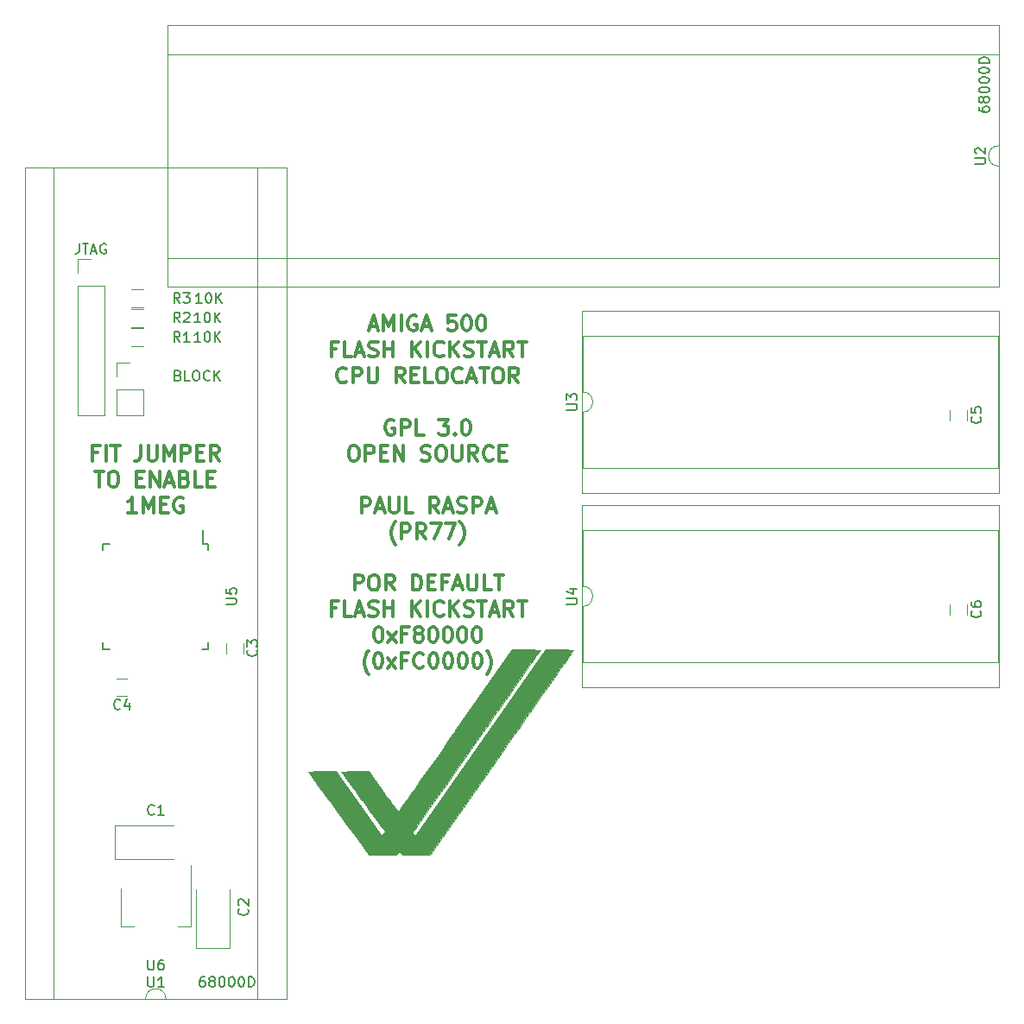
<source format=gto>
G04 #@! TF.GenerationSoftware,KiCad,Pcbnew,(5.1.4-0-10_14)*
G04 #@! TF.CreationDate,2023-01-20T22:12:42+01:00*
G04 #@! TF.ProjectId,68000 Relocator FLASH Kickstart_Manual Route_DIP_Power Plan Split,36383030-3020-4526-956c-6f6361746f72,v1.0*
G04 #@! TF.SameCoordinates,Original*
G04 #@! TF.FileFunction,Legend,Top*
G04 #@! TF.FilePolarity,Positive*
%FSLAX46Y46*%
G04 Gerber Fmt 4.6, Leading zero omitted, Abs format (unit mm)*
G04 Created by KiCad (PCBNEW (5.1.4-0-10_14)) date 2023-01-20 22:12:42*
%MOMM*%
%LPD*%
G04 APERTURE LIST*
%ADD10C,0.300000*%
%ADD11C,0.120000*%
%ADD12C,0.150000*%
%ADD13C,0.010000*%
G04 APERTURE END LIST*
D10*
X135823428Y-113947571D02*
X135823428Y-112447571D01*
X136394857Y-112447571D01*
X136537714Y-112519000D01*
X136609142Y-112590428D01*
X136680571Y-112733285D01*
X136680571Y-112947571D01*
X136609142Y-113090428D01*
X136537714Y-113161857D01*
X136394857Y-113233285D01*
X135823428Y-113233285D01*
X137609142Y-112447571D02*
X137894857Y-112447571D01*
X138037714Y-112519000D01*
X138180571Y-112661857D01*
X138252000Y-112947571D01*
X138252000Y-113447571D01*
X138180571Y-113733285D01*
X138037714Y-113876142D01*
X137894857Y-113947571D01*
X137609142Y-113947571D01*
X137466285Y-113876142D01*
X137323428Y-113733285D01*
X137252000Y-113447571D01*
X137252000Y-112947571D01*
X137323428Y-112661857D01*
X137466285Y-112519000D01*
X137609142Y-112447571D01*
X139752000Y-113947571D02*
X139252000Y-113233285D01*
X138894857Y-113947571D02*
X138894857Y-112447571D01*
X139466285Y-112447571D01*
X139609142Y-112519000D01*
X139680571Y-112590428D01*
X139752000Y-112733285D01*
X139752000Y-112947571D01*
X139680571Y-113090428D01*
X139609142Y-113161857D01*
X139466285Y-113233285D01*
X138894857Y-113233285D01*
X141537714Y-113947571D02*
X141537714Y-112447571D01*
X141894857Y-112447571D01*
X142109142Y-112519000D01*
X142252000Y-112661857D01*
X142323428Y-112804714D01*
X142394857Y-113090428D01*
X142394857Y-113304714D01*
X142323428Y-113590428D01*
X142252000Y-113733285D01*
X142109142Y-113876142D01*
X141894857Y-113947571D01*
X141537714Y-113947571D01*
X143037714Y-113161857D02*
X143537714Y-113161857D01*
X143752000Y-113947571D02*
X143037714Y-113947571D01*
X143037714Y-112447571D01*
X143752000Y-112447571D01*
X144894857Y-113161857D02*
X144394857Y-113161857D01*
X144394857Y-113947571D02*
X144394857Y-112447571D01*
X145109142Y-112447571D01*
X145609142Y-113519000D02*
X146323428Y-113519000D01*
X145466285Y-113947571D02*
X145966285Y-112447571D01*
X146466285Y-113947571D01*
X146966285Y-112447571D02*
X146966285Y-113661857D01*
X147037714Y-113804714D01*
X147109142Y-113876142D01*
X147252000Y-113947571D01*
X147537714Y-113947571D01*
X147680571Y-113876142D01*
X147752000Y-113804714D01*
X147823428Y-113661857D01*
X147823428Y-112447571D01*
X149252000Y-113947571D02*
X148537714Y-113947571D01*
X148537714Y-112447571D01*
X149537714Y-112447571D02*
X150394857Y-112447571D01*
X149966285Y-113947571D02*
X149966285Y-112447571D01*
X134037714Y-115711857D02*
X133537714Y-115711857D01*
X133537714Y-116497571D02*
X133537714Y-114997571D01*
X134252000Y-114997571D01*
X135537714Y-116497571D02*
X134823428Y-116497571D01*
X134823428Y-114997571D01*
X135966285Y-116069000D02*
X136680571Y-116069000D01*
X135823428Y-116497571D02*
X136323428Y-114997571D01*
X136823428Y-116497571D01*
X137252000Y-116426142D02*
X137466285Y-116497571D01*
X137823428Y-116497571D01*
X137966285Y-116426142D01*
X138037714Y-116354714D01*
X138109142Y-116211857D01*
X138109142Y-116069000D01*
X138037714Y-115926142D01*
X137966285Y-115854714D01*
X137823428Y-115783285D01*
X137537714Y-115711857D01*
X137394857Y-115640428D01*
X137323428Y-115569000D01*
X137252000Y-115426142D01*
X137252000Y-115283285D01*
X137323428Y-115140428D01*
X137394857Y-115069000D01*
X137537714Y-114997571D01*
X137894857Y-114997571D01*
X138109142Y-115069000D01*
X138752000Y-116497571D02*
X138752000Y-114997571D01*
X138752000Y-115711857D02*
X139609142Y-115711857D01*
X139609142Y-116497571D02*
X139609142Y-114997571D01*
X141466285Y-116497571D02*
X141466285Y-114997571D01*
X142323428Y-116497571D02*
X141680571Y-115640428D01*
X142323428Y-114997571D02*
X141466285Y-115854714D01*
X142966285Y-116497571D02*
X142966285Y-114997571D01*
X144537714Y-116354714D02*
X144466285Y-116426142D01*
X144252000Y-116497571D01*
X144109142Y-116497571D01*
X143894857Y-116426142D01*
X143752000Y-116283285D01*
X143680571Y-116140428D01*
X143609142Y-115854714D01*
X143609142Y-115640428D01*
X143680571Y-115354714D01*
X143752000Y-115211857D01*
X143894857Y-115069000D01*
X144109142Y-114997571D01*
X144252000Y-114997571D01*
X144466285Y-115069000D01*
X144537714Y-115140428D01*
X145180571Y-116497571D02*
X145180571Y-114997571D01*
X146037714Y-116497571D02*
X145394857Y-115640428D01*
X146037714Y-114997571D02*
X145180571Y-115854714D01*
X146609142Y-116426142D02*
X146823428Y-116497571D01*
X147180571Y-116497571D01*
X147323428Y-116426142D01*
X147394857Y-116354714D01*
X147466285Y-116211857D01*
X147466285Y-116069000D01*
X147394857Y-115926142D01*
X147323428Y-115854714D01*
X147180571Y-115783285D01*
X146894857Y-115711857D01*
X146752000Y-115640428D01*
X146680571Y-115569000D01*
X146609142Y-115426142D01*
X146609142Y-115283285D01*
X146680571Y-115140428D01*
X146752000Y-115069000D01*
X146894857Y-114997571D01*
X147252000Y-114997571D01*
X147466285Y-115069000D01*
X147894857Y-114997571D02*
X148752000Y-114997571D01*
X148323428Y-116497571D02*
X148323428Y-114997571D01*
X149180571Y-116069000D02*
X149894857Y-116069000D01*
X149037714Y-116497571D02*
X149537714Y-114997571D01*
X150037714Y-116497571D01*
X151394857Y-116497571D02*
X150894857Y-115783285D01*
X150537714Y-116497571D02*
X150537714Y-114997571D01*
X151109142Y-114997571D01*
X151252000Y-115069000D01*
X151323428Y-115140428D01*
X151394857Y-115283285D01*
X151394857Y-115497571D01*
X151323428Y-115640428D01*
X151252000Y-115711857D01*
X151109142Y-115783285D01*
X150537714Y-115783285D01*
X151823428Y-114997571D02*
X152680571Y-114997571D01*
X152252000Y-116497571D02*
X152252000Y-114997571D01*
X138109142Y-117547571D02*
X138252000Y-117547571D01*
X138394857Y-117619000D01*
X138466285Y-117690428D01*
X138537714Y-117833285D01*
X138609142Y-118119000D01*
X138609142Y-118476142D01*
X138537714Y-118761857D01*
X138466285Y-118904714D01*
X138394857Y-118976142D01*
X138252000Y-119047571D01*
X138109142Y-119047571D01*
X137966285Y-118976142D01*
X137894857Y-118904714D01*
X137823428Y-118761857D01*
X137752000Y-118476142D01*
X137752000Y-118119000D01*
X137823428Y-117833285D01*
X137894857Y-117690428D01*
X137966285Y-117619000D01*
X138109142Y-117547571D01*
X139109142Y-119047571D02*
X139894857Y-118047571D01*
X139109142Y-118047571D02*
X139894857Y-119047571D01*
X140966285Y-118261857D02*
X140466285Y-118261857D01*
X140466285Y-119047571D02*
X140466285Y-117547571D01*
X141180571Y-117547571D01*
X141966285Y-118190428D02*
X141823428Y-118119000D01*
X141752000Y-118047571D01*
X141680571Y-117904714D01*
X141680571Y-117833285D01*
X141752000Y-117690428D01*
X141823428Y-117619000D01*
X141966285Y-117547571D01*
X142252000Y-117547571D01*
X142394857Y-117619000D01*
X142466285Y-117690428D01*
X142537714Y-117833285D01*
X142537714Y-117904714D01*
X142466285Y-118047571D01*
X142394857Y-118119000D01*
X142252000Y-118190428D01*
X141966285Y-118190428D01*
X141823428Y-118261857D01*
X141752000Y-118333285D01*
X141680571Y-118476142D01*
X141680571Y-118761857D01*
X141752000Y-118904714D01*
X141823428Y-118976142D01*
X141966285Y-119047571D01*
X142252000Y-119047571D01*
X142394857Y-118976142D01*
X142466285Y-118904714D01*
X142537714Y-118761857D01*
X142537714Y-118476142D01*
X142466285Y-118333285D01*
X142394857Y-118261857D01*
X142252000Y-118190428D01*
X143466285Y-117547571D02*
X143609142Y-117547571D01*
X143752000Y-117619000D01*
X143823428Y-117690428D01*
X143894857Y-117833285D01*
X143966285Y-118119000D01*
X143966285Y-118476142D01*
X143894857Y-118761857D01*
X143823428Y-118904714D01*
X143752000Y-118976142D01*
X143609142Y-119047571D01*
X143466285Y-119047571D01*
X143323428Y-118976142D01*
X143252000Y-118904714D01*
X143180571Y-118761857D01*
X143109142Y-118476142D01*
X143109142Y-118119000D01*
X143180571Y-117833285D01*
X143252000Y-117690428D01*
X143323428Y-117619000D01*
X143466285Y-117547571D01*
X144894857Y-117547571D02*
X145037714Y-117547571D01*
X145180571Y-117619000D01*
X145252000Y-117690428D01*
X145323428Y-117833285D01*
X145394857Y-118119000D01*
X145394857Y-118476142D01*
X145323428Y-118761857D01*
X145252000Y-118904714D01*
X145180571Y-118976142D01*
X145037714Y-119047571D01*
X144894857Y-119047571D01*
X144752000Y-118976142D01*
X144680571Y-118904714D01*
X144609142Y-118761857D01*
X144537714Y-118476142D01*
X144537714Y-118119000D01*
X144609142Y-117833285D01*
X144680571Y-117690428D01*
X144752000Y-117619000D01*
X144894857Y-117547571D01*
X146323428Y-117547571D02*
X146466285Y-117547571D01*
X146609142Y-117619000D01*
X146680571Y-117690428D01*
X146752000Y-117833285D01*
X146823428Y-118119000D01*
X146823428Y-118476142D01*
X146752000Y-118761857D01*
X146680571Y-118904714D01*
X146609142Y-118976142D01*
X146466285Y-119047571D01*
X146323428Y-119047571D01*
X146180571Y-118976142D01*
X146109142Y-118904714D01*
X146037714Y-118761857D01*
X145966285Y-118476142D01*
X145966285Y-118119000D01*
X146037714Y-117833285D01*
X146109142Y-117690428D01*
X146180571Y-117619000D01*
X146323428Y-117547571D01*
X147752000Y-117547571D02*
X147894857Y-117547571D01*
X148037714Y-117619000D01*
X148109142Y-117690428D01*
X148180571Y-117833285D01*
X148252000Y-118119000D01*
X148252000Y-118476142D01*
X148180571Y-118761857D01*
X148109142Y-118904714D01*
X148037714Y-118976142D01*
X147894857Y-119047571D01*
X147752000Y-119047571D01*
X147609142Y-118976142D01*
X147537714Y-118904714D01*
X147466285Y-118761857D01*
X147394857Y-118476142D01*
X147394857Y-118119000D01*
X147466285Y-117833285D01*
X147537714Y-117690428D01*
X147609142Y-117619000D01*
X147752000Y-117547571D01*
X137216285Y-122169000D02*
X137144857Y-122097571D01*
X137002000Y-121883285D01*
X136930571Y-121740428D01*
X136859142Y-121526142D01*
X136787714Y-121169000D01*
X136787714Y-120883285D01*
X136859142Y-120526142D01*
X136930571Y-120311857D01*
X137002000Y-120169000D01*
X137144857Y-119954714D01*
X137216285Y-119883285D01*
X138073428Y-120097571D02*
X138216285Y-120097571D01*
X138359142Y-120169000D01*
X138430571Y-120240428D01*
X138502000Y-120383285D01*
X138573428Y-120669000D01*
X138573428Y-121026142D01*
X138502000Y-121311857D01*
X138430571Y-121454714D01*
X138359142Y-121526142D01*
X138216285Y-121597571D01*
X138073428Y-121597571D01*
X137930571Y-121526142D01*
X137859142Y-121454714D01*
X137787714Y-121311857D01*
X137716285Y-121026142D01*
X137716285Y-120669000D01*
X137787714Y-120383285D01*
X137859142Y-120240428D01*
X137930571Y-120169000D01*
X138073428Y-120097571D01*
X139073428Y-121597571D02*
X139859142Y-120597571D01*
X139073428Y-120597571D02*
X139859142Y-121597571D01*
X140930571Y-120811857D02*
X140430571Y-120811857D01*
X140430571Y-121597571D02*
X140430571Y-120097571D01*
X141144857Y-120097571D01*
X142573428Y-121454714D02*
X142502000Y-121526142D01*
X142287714Y-121597571D01*
X142144857Y-121597571D01*
X141930571Y-121526142D01*
X141787714Y-121383285D01*
X141716285Y-121240428D01*
X141644857Y-120954714D01*
X141644857Y-120740428D01*
X141716285Y-120454714D01*
X141787714Y-120311857D01*
X141930571Y-120169000D01*
X142144857Y-120097571D01*
X142287714Y-120097571D01*
X142502000Y-120169000D01*
X142573428Y-120240428D01*
X143502000Y-120097571D02*
X143644857Y-120097571D01*
X143787714Y-120169000D01*
X143859142Y-120240428D01*
X143930571Y-120383285D01*
X144002000Y-120669000D01*
X144002000Y-121026142D01*
X143930571Y-121311857D01*
X143859142Y-121454714D01*
X143787714Y-121526142D01*
X143644857Y-121597571D01*
X143502000Y-121597571D01*
X143359142Y-121526142D01*
X143287714Y-121454714D01*
X143216285Y-121311857D01*
X143144857Y-121026142D01*
X143144857Y-120669000D01*
X143216285Y-120383285D01*
X143287714Y-120240428D01*
X143359142Y-120169000D01*
X143502000Y-120097571D01*
X144930571Y-120097571D02*
X145073428Y-120097571D01*
X145216285Y-120169000D01*
X145287714Y-120240428D01*
X145359142Y-120383285D01*
X145430571Y-120669000D01*
X145430571Y-121026142D01*
X145359142Y-121311857D01*
X145287714Y-121454714D01*
X145216285Y-121526142D01*
X145073428Y-121597571D01*
X144930571Y-121597571D01*
X144787714Y-121526142D01*
X144716285Y-121454714D01*
X144644857Y-121311857D01*
X144573428Y-121026142D01*
X144573428Y-120669000D01*
X144644857Y-120383285D01*
X144716285Y-120240428D01*
X144787714Y-120169000D01*
X144930571Y-120097571D01*
X146359142Y-120097571D02*
X146502000Y-120097571D01*
X146644857Y-120169000D01*
X146716285Y-120240428D01*
X146787714Y-120383285D01*
X146859142Y-120669000D01*
X146859142Y-121026142D01*
X146787714Y-121311857D01*
X146716285Y-121454714D01*
X146644857Y-121526142D01*
X146502000Y-121597571D01*
X146359142Y-121597571D01*
X146216285Y-121526142D01*
X146144857Y-121454714D01*
X146073428Y-121311857D01*
X146002000Y-121026142D01*
X146002000Y-120669000D01*
X146073428Y-120383285D01*
X146144857Y-120240428D01*
X146216285Y-120169000D01*
X146359142Y-120097571D01*
X147787714Y-120097571D02*
X147930571Y-120097571D01*
X148073428Y-120169000D01*
X148144857Y-120240428D01*
X148216285Y-120383285D01*
X148287714Y-120669000D01*
X148287714Y-121026142D01*
X148216285Y-121311857D01*
X148144857Y-121454714D01*
X148073428Y-121526142D01*
X147930571Y-121597571D01*
X147787714Y-121597571D01*
X147644857Y-121526142D01*
X147573428Y-121454714D01*
X147502000Y-121311857D01*
X147430571Y-121026142D01*
X147430571Y-120669000D01*
X147502000Y-120383285D01*
X147573428Y-120240428D01*
X147644857Y-120169000D01*
X147787714Y-120097571D01*
X148787714Y-122169000D02*
X148859142Y-122097571D01*
X149002000Y-121883285D01*
X149073428Y-121740428D01*
X149144857Y-121526142D01*
X149216285Y-121169000D01*
X149216285Y-120883285D01*
X149144857Y-120526142D01*
X149073428Y-120311857D01*
X149002000Y-120169000D01*
X148859142Y-119954714D01*
X148787714Y-119883285D01*
X110653428Y-100466857D02*
X110153428Y-100466857D01*
X110153428Y-101252571D02*
X110153428Y-99752571D01*
X110867714Y-99752571D01*
X111439142Y-101252571D02*
X111439142Y-99752571D01*
X111939142Y-99752571D02*
X112796285Y-99752571D01*
X112367714Y-101252571D02*
X112367714Y-99752571D01*
X114867714Y-99752571D02*
X114867714Y-100824000D01*
X114796285Y-101038285D01*
X114653428Y-101181142D01*
X114439142Y-101252571D01*
X114296285Y-101252571D01*
X115582000Y-99752571D02*
X115582000Y-100966857D01*
X115653428Y-101109714D01*
X115724857Y-101181142D01*
X115867714Y-101252571D01*
X116153428Y-101252571D01*
X116296285Y-101181142D01*
X116367714Y-101109714D01*
X116439142Y-100966857D01*
X116439142Y-99752571D01*
X117153428Y-101252571D02*
X117153428Y-99752571D01*
X117653428Y-100824000D01*
X118153428Y-99752571D01*
X118153428Y-101252571D01*
X118867714Y-101252571D02*
X118867714Y-99752571D01*
X119439142Y-99752571D01*
X119582000Y-99824000D01*
X119653428Y-99895428D01*
X119724857Y-100038285D01*
X119724857Y-100252571D01*
X119653428Y-100395428D01*
X119582000Y-100466857D01*
X119439142Y-100538285D01*
X118867714Y-100538285D01*
X120367714Y-100466857D02*
X120867714Y-100466857D01*
X121082000Y-101252571D02*
X120367714Y-101252571D01*
X120367714Y-99752571D01*
X121082000Y-99752571D01*
X122582000Y-101252571D02*
X122082000Y-100538285D01*
X121724857Y-101252571D02*
X121724857Y-99752571D01*
X122296285Y-99752571D01*
X122439142Y-99824000D01*
X122510571Y-99895428D01*
X122582000Y-100038285D01*
X122582000Y-100252571D01*
X122510571Y-100395428D01*
X122439142Y-100466857D01*
X122296285Y-100538285D01*
X121724857Y-100538285D01*
X110403428Y-102302571D02*
X111260571Y-102302571D01*
X110832000Y-103802571D02*
X110832000Y-102302571D01*
X112046285Y-102302571D02*
X112332000Y-102302571D01*
X112474857Y-102374000D01*
X112617714Y-102516857D01*
X112689142Y-102802571D01*
X112689142Y-103302571D01*
X112617714Y-103588285D01*
X112474857Y-103731142D01*
X112332000Y-103802571D01*
X112046285Y-103802571D01*
X111903428Y-103731142D01*
X111760571Y-103588285D01*
X111689142Y-103302571D01*
X111689142Y-102802571D01*
X111760571Y-102516857D01*
X111903428Y-102374000D01*
X112046285Y-102302571D01*
X114474857Y-103016857D02*
X114974857Y-103016857D01*
X115189142Y-103802571D02*
X114474857Y-103802571D01*
X114474857Y-102302571D01*
X115189142Y-102302571D01*
X115832000Y-103802571D02*
X115832000Y-102302571D01*
X116689142Y-103802571D01*
X116689142Y-102302571D01*
X117332000Y-103374000D02*
X118046285Y-103374000D01*
X117189142Y-103802571D02*
X117689142Y-102302571D01*
X118189142Y-103802571D01*
X119189142Y-103016857D02*
X119403428Y-103088285D01*
X119474857Y-103159714D01*
X119546285Y-103302571D01*
X119546285Y-103516857D01*
X119474857Y-103659714D01*
X119403428Y-103731142D01*
X119260571Y-103802571D01*
X118689142Y-103802571D01*
X118689142Y-102302571D01*
X119189142Y-102302571D01*
X119332000Y-102374000D01*
X119403428Y-102445428D01*
X119474857Y-102588285D01*
X119474857Y-102731142D01*
X119403428Y-102874000D01*
X119332000Y-102945428D01*
X119189142Y-103016857D01*
X118689142Y-103016857D01*
X120903428Y-103802571D02*
X120189142Y-103802571D01*
X120189142Y-102302571D01*
X121403428Y-103016857D02*
X121903428Y-103016857D01*
X122117714Y-103802571D02*
X121403428Y-103802571D01*
X121403428Y-102302571D01*
X122117714Y-102302571D01*
X114474857Y-106352571D02*
X113617714Y-106352571D01*
X114046285Y-106352571D02*
X114046285Y-104852571D01*
X113903428Y-105066857D01*
X113760571Y-105209714D01*
X113617714Y-105281142D01*
X115117714Y-106352571D02*
X115117714Y-104852571D01*
X115617714Y-105924000D01*
X116117714Y-104852571D01*
X116117714Y-106352571D01*
X116832000Y-105566857D02*
X117332000Y-105566857D01*
X117546285Y-106352571D02*
X116832000Y-106352571D01*
X116832000Y-104852571D01*
X117546285Y-104852571D01*
X118974857Y-104924000D02*
X118832000Y-104852571D01*
X118617714Y-104852571D01*
X118403428Y-104924000D01*
X118260571Y-105066857D01*
X118189142Y-105209714D01*
X118117714Y-105495428D01*
X118117714Y-105709714D01*
X118189142Y-105995428D01*
X118260571Y-106138285D01*
X118403428Y-106281142D01*
X118617714Y-106352571D01*
X118760571Y-106352571D01*
X118974857Y-106281142D01*
X119046285Y-106209714D01*
X119046285Y-105709714D01*
X118760571Y-105709714D01*
X137323428Y-88094000D02*
X138037714Y-88094000D01*
X137180571Y-88522571D02*
X137680571Y-87022571D01*
X138180571Y-88522571D01*
X138680571Y-88522571D02*
X138680571Y-87022571D01*
X139180571Y-88094000D01*
X139680571Y-87022571D01*
X139680571Y-88522571D01*
X140394857Y-88522571D02*
X140394857Y-87022571D01*
X141894857Y-87094000D02*
X141752000Y-87022571D01*
X141537714Y-87022571D01*
X141323428Y-87094000D01*
X141180571Y-87236857D01*
X141109142Y-87379714D01*
X141037714Y-87665428D01*
X141037714Y-87879714D01*
X141109142Y-88165428D01*
X141180571Y-88308285D01*
X141323428Y-88451142D01*
X141537714Y-88522571D01*
X141680571Y-88522571D01*
X141894857Y-88451142D01*
X141966285Y-88379714D01*
X141966285Y-87879714D01*
X141680571Y-87879714D01*
X142537714Y-88094000D02*
X143252000Y-88094000D01*
X142394857Y-88522571D02*
X142894857Y-87022571D01*
X143394857Y-88522571D01*
X145752000Y-87022571D02*
X145037714Y-87022571D01*
X144966285Y-87736857D01*
X145037714Y-87665428D01*
X145180571Y-87594000D01*
X145537714Y-87594000D01*
X145680571Y-87665428D01*
X145752000Y-87736857D01*
X145823428Y-87879714D01*
X145823428Y-88236857D01*
X145752000Y-88379714D01*
X145680571Y-88451142D01*
X145537714Y-88522571D01*
X145180571Y-88522571D01*
X145037714Y-88451142D01*
X144966285Y-88379714D01*
X146752000Y-87022571D02*
X146894857Y-87022571D01*
X147037714Y-87094000D01*
X147109142Y-87165428D01*
X147180571Y-87308285D01*
X147252000Y-87594000D01*
X147252000Y-87951142D01*
X147180571Y-88236857D01*
X147109142Y-88379714D01*
X147037714Y-88451142D01*
X146894857Y-88522571D01*
X146752000Y-88522571D01*
X146609142Y-88451142D01*
X146537714Y-88379714D01*
X146466285Y-88236857D01*
X146394857Y-87951142D01*
X146394857Y-87594000D01*
X146466285Y-87308285D01*
X146537714Y-87165428D01*
X146609142Y-87094000D01*
X146752000Y-87022571D01*
X148180571Y-87022571D02*
X148323428Y-87022571D01*
X148466285Y-87094000D01*
X148537714Y-87165428D01*
X148609142Y-87308285D01*
X148680571Y-87594000D01*
X148680571Y-87951142D01*
X148609142Y-88236857D01*
X148537714Y-88379714D01*
X148466285Y-88451142D01*
X148323428Y-88522571D01*
X148180571Y-88522571D01*
X148037714Y-88451142D01*
X147966285Y-88379714D01*
X147894857Y-88236857D01*
X147823428Y-87951142D01*
X147823428Y-87594000D01*
X147894857Y-87308285D01*
X147966285Y-87165428D01*
X148037714Y-87094000D01*
X148180571Y-87022571D01*
X134037714Y-90286857D02*
X133537714Y-90286857D01*
X133537714Y-91072571D02*
X133537714Y-89572571D01*
X134252000Y-89572571D01*
X135537714Y-91072571D02*
X134823428Y-91072571D01*
X134823428Y-89572571D01*
X135966285Y-90644000D02*
X136680571Y-90644000D01*
X135823428Y-91072571D02*
X136323428Y-89572571D01*
X136823428Y-91072571D01*
X137252000Y-91001142D02*
X137466285Y-91072571D01*
X137823428Y-91072571D01*
X137966285Y-91001142D01*
X138037714Y-90929714D01*
X138109142Y-90786857D01*
X138109142Y-90644000D01*
X138037714Y-90501142D01*
X137966285Y-90429714D01*
X137823428Y-90358285D01*
X137537714Y-90286857D01*
X137394857Y-90215428D01*
X137323428Y-90144000D01*
X137252000Y-90001142D01*
X137252000Y-89858285D01*
X137323428Y-89715428D01*
X137394857Y-89644000D01*
X137537714Y-89572571D01*
X137894857Y-89572571D01*
X138109142Y-89644000D01*
X138752000Y-91072571D02*
X138752000Y-89572571D01*
X138752000Y-90286857D02*
X139609142Y-90286857D01*
X139609142Y-91072571D02*
X139609142Y-89572571D01*
X141466285Y-91072571D02*
X141466285Y-89572571D01*
X142323428Y-91072571D02*
X141680571Y-90215428D01*
X142323428Y-89572571D02*
X141466285Y-90429714D01*
X142966285Y-91072571D02*
X142966285Y-89572571D01*
X144537714Y-90929714D02*
X144466285Y-91001142D01*
X144252000Y-91072571D01*
X144109142Y-91072571D01*
X143894857Y-91001142D01*
X143752000Y-90858285D01*
X143680571Y-90715428D01*
X143609142Y-90429714D01*
X143609142Y-90215428D01*
X143680571Y-89929714D01*
X143752000Y-89786857D01*
X143894857Y-89644000D01*
X144109142Y-89572571D01*
X144252000Y-89572571D01*
X144466285Y-89644000D01*
X144537714Y-89715428D01*
X145180571Y-91072571D02*
X145180571Y-89572571D01*
X146037714Y-91072571D02*
X145394857Y-90215428D01*
X146037714Y-89572571D02*
X145180571Y-90429714D01*
X146609142Y-91001142D02*
X146823428Y-91072571D01*
X147180571Y-91072571D01*
X147323428Y-91001142D01*
X147394857Y-90929714D01*
X147466285Y-90786857D01*
X147466285Y-90644000D01*
X147394857Y-90501142D01*
X147323428Y-90429714D01*
X147180571Y-90358285D01*
X146894857Y-90286857D01*
X146752000Y-90215428D01*
X146680571Y-90144000D01*
X146609142Y-90001142D01*
X146609142Y-89858285D01*
X146680571Y-89715428D01*
X146752000Y-89644000D01*
X146894857Y-89572571D01*
X147252000Y-89572571D01*
X147466285Y-89644000D01*
X147894857Y-89572571D02*
X148752000Y-89572571D01*
X148323428Y-91072571D02*
X148323428Y-89572571D01*
X149180571Y-90644000D02*
X149894857Y-90644000D01*
X149037714Y-91072571D02*
X149537714Y-89572571D01*
X150037714Y-91072571D01*
X151394857Y-91072571D02*
X150894857Y-90358285D01*
X150537714Y-91072571D02*
X150537714Y-89572571D01*
X151109142Y-89572571D01*
X151252000Y-89644000D01*
X151323428Y-89715428D01*
X151394857Y-89858285D01*
X151394857Y-90072571D01*
X151323428Y-90215428D01*
X151252000Y-90286857D01*
X151109142Y-90358285D01*
X150537714Y-90358285D01*
X151823428Y-89572571D02*
X152680571Y-89572571D01*
X152252000Y-91072571D02*
X152252000Y-89572571D01*
X135037714Y-93479714D02*
X134966285Y-93551142D01*
X134752000Y-93622571D01*
X134609142Y-93622571D01*
X134394857Y-93551142D01*
X134252000Y-93408285D01*
X134180571Y-93265428D01*
X134109142Y-92979714D01*
X134109142Y-92765428D01*
X134180571Y-92479714D01*
X134252000Y-92336857D01*
X134394857Y-92194000D01*
X134609142Y-92122571D01*
X134752000Y-92122571D01*
X134966285Y-92194000D01*
X135037714Y-92265428D01*
X135680571Y-93622571D02*
X135680571Y-92122571D01*
X136252000Y-92122571D01*
X136394857Y-92194000D01*
X136466285Y-92265428D01*
X136537714Y-92408285D01*
X136537714Y-92622571D01*
X136466285Y-92765428D01*
X136394857Y-92836857D01*
X136252000Y-92908285D01*
X135680571Y-92908285D01*
X137180571Y-92122571D02*
X137180571Y-93336857D01*
X137252000Y-93479714D01*
X137323428Y-93551142D01*
X137466285Y-93622571D01*
X137752000Y-93622571D01*
X137894857Y-93551142D01*
X137966285Y-93479714D01*
X138037714Y-93336857D01*
X138037714Y-92122571D01*
X140752000Y-93622571D02*
X140252000Y-92908285D01*
X139894857Y-93622571D02*
X139894857Y-92122571D01*
X140466285Y-92122571D01*
X140609142Y-92194000D01*
X140680571Y-92265428D01*
X140752000Y-92408285D01*
X140752000Y-92622571D01*
X140680571Y-92765428D01*
X140609142Y-92836857D01*
X140466285Y-92908285D01*
X139894857Y-92908285D01*
X141394857Y-92836857D02*
X141894857Y-92836857D01*
X142109142Y-93622571D02*
X141394857Y-93622571D01*
X141394857Y-92122571D01*
X142109142Y-92122571D01*
X143466285Y-93622571D02*
X142752000Y-93622571D01*
X142752000Y-92122571D01*
X144252000Y-92122571D02*
X144537714Y-92122571D01*
X144680571Y-92194000D01*
X144823428Y-92336857D01*
X144894857Y-92622571D01*
X144894857Y-93122571D01*
X144823428Y-93408285D01*
X144680571Y-93551142D01*
X144537714Y-93622571D01*
X144252000Y-93622571D01*
X144109142Y-93551142D01*
X143966285Y-93408285D01*
X143894857Y-93122571D01*
X143894857Y-92622571D01*
X143966285Y-92336857D01*
X144109142Y-92194000D01*
X144252000Y-92122571D01*
X146394857Y-93479714D02*
X146323428Y-93551142D01*
X146109142Y-93622571D01*
X145966285Y-93622571D01*
X145752000Y-93551142D01*
X145609142Y-93408285D01*
X145537714Y-93265428D01*
X145466285Y-92979714D01*
X145466285Y-92765428D01*
X145537714Y-92479714D01*
X145609142Y-92336857D01*
X145752000Y-92194000D01*
X145966285Y-92122571D01*
X146109142Y-92122571D01*
X146323428Y-92194000D01*
X146394857Y-92265428D01*
X146966285Y-93194000D02*
X147680571Y-93194000D01*
X146823428Y-93622571D02*
X147323428Y-92122571D01*
X147823428Y-93622571D01*
X148109142Y-92122571D02*
X148966285Y-92122571D01*
X148537714Y-93622571D02*
X148537714Y-92122571D01*
X149752000Y-92122571D02*
X150037714Y-92122571D01*
X150180571Y-92194000D01*
X150323428Y-92336857D01*
X150394857Y-92622571D01*
X150394857Y-93122571D01*
X150323428Y-93408285D01*
X150180571Y-93551142D01*
X150037714Y-93622571D01*
X149752000Y-93622571D01*
X149609142Y-93551142D01*
X149466285Y-93408285D01*
X149394857Y-93122571D01*
X149394857Y-92622571D01*
X149466285Y-92336857D01*
X149609142Y-92194000D01*
X149752000Y-92122571D01*
X151894857Y-93622571D02*
X151394857Y-92908285D01*
X151037714Y-93622571D02*
X151037714Y-92122571D01*
X151609142Y-92122571D01*
X151752000Y-92194000D01*
X151823428Y-92265428D01*
X151894857Y-92408285D01*
X151894857Y-92622571D01*
X151823428Y-92765428D01*
X151752000Y-92836857D01*
X151609142Y-92908285D01*
X151037714Y-92908285D01*
X139680571Y-97294000D02*
X139537714Y-97222571D01*
X139323428Y-97222571D01*
X139109142Y-97294000D01*
X138966285Y-97436857D01*
X138894857Y-97579714D01*
X138823428Y-97865428D01*
X138823428Y-98079714D01*
X138894857Y-98365428D01*
X138966285Y-98508285D01*
X139109142Y-98651142D01*
X139323428Y-98722571D01*
X139466285Y-98722571D01*
X139680571Y-98651142D01*
X139752000Y-98579714D01*
X139752000Y-98079714D01*
X139466285Y-98079714D01*
X140394857Y-98722571D02*
X140394857Y-97222571D01*
X140966285Y-97222571D01*
X141109142Y-97294000D01*
X141180571Y-97365428D01*
X141252000Y-97508285D01*
X141252000Y-97722571D01*
X141180571Y-97865428D01*
X141109142Y-97936857D01*
X140966285Y-98008285D01*
X140394857Y-98008285D01*
X142609142Y-98722571D02*
X141894857Y-98722571D01*
X141894857Y-97222571D01*
X144109142Y-97222571D02*
X145037714Y-97222571D01*
X144537714Y-97794000D01*
X144752000Y-97794000D01*
X144894857Y-97865428D01*
X144966285Y-97936857D01*
X145037714Y-98079714D01*
X145037714Y-98436857D01*
X144966285Y-98579714D01*
X144894857Y-98651142D01*
X144752000Y-98722571D01*
X144323428Y-98722571D01*
X144180571Y-98651142D01*
X144109142Y-98579714D01*
X145680571Y-98579714D02*
X145752000Y-98651142D01*
X145680571Y-98722571D01*
X145609142Y-98651142D01*
X145680571Y-98579714D01*
X145680571Y-98722571D01*
X146680571Y-97222571D02*
X146823428Y-97222571D01*
X146966285Y-97294000D01*
X147037714Y-97365428D01*
X147109142Y-97508285D01*
X147180571Y-97794000D01*
X147180571Y-98151142D01*
X147109142Y-98436857D01*
X147037714Y-98579714D01*
X146966285Y-98651142D01*
X146823428Y-98722571D01*
X146680571Y-98722571D01*
X146537714Y-98651142D01*
X146466285Y-98579714D01*
X146394857Y-98436857D01*
X146323428Y-98151142D01*
X146323428Y-97794000D01*
X146394857Y-97508285D01*
X146466285Y-97365428D01*
X146537714Y-97294000D01*
X146680571Y-97222571D01*
X135609142Y-99772571D02*
X135894857Y-99772571D01*
X136037714Y-99844000D01*
X136180571Y-99986857D01*
X136252000Y-100272571D01*
X136252000Y-100772571D01*
X136180571Y-101058285D01*
X136037714Y-101201142D01*
X135894857Y-101272571D01*
X135609142Y-101272571D01*
X135466285Y-101201142D01*
X135323428Y-101058285D01*
X135252000Y-100772571D01*
X135252000Y-100272571D01*
X135323428Y-99986857D01*
X135466285Y-99844000D01*
X135609142Y-99772571D01*
X136894857Y-101272571D02*
X136894857Y-99772571D01*
X137466285Y-99772571D01*
X137609142Y-99844000D01*
X137680571Y-99915428D01*
X137752000Y-100058285D01*
X137752000Y-100272571D01*
X137680571Y-100415428D01*
X137609142Y-100486857D01*
X137466285Y-100558285D01*
X136894857Y-100558285D01*
X138394857Y-100486857D02*
X138894857Y-100486857D01*
X139109142Y-101272571D02*
X138394857Y-101272571D01*
X138394857Y-99772571D01*
X139109142Y-99772571D01*
X139752000Y-101272571D02*
X139752000Y-99772571D01*
X140609142Y-101272571D01*
X140609142Y-99772571D01*
X142394857Y-101201142D02*
X142609142Y-101272571D01*
X142966285Y-101272571D01*
X143109142Y-101201142D01*
X143180571Y-101129714D01*
X143252000Y-100986857D01*
X143252000Y-100844000D01*
X143180571Y-100701142D01*
X143109142Y-100629714D01*
X142966285Y-100558285D01*
X142680571Y-100486857D01*
X142537714Y-100415428D01*
X142466285Y-100344000D01*
X142394857Y-100201142D01*
X142394857Y-100058285D01*
X142466285Y-99915428D01*
X142537714Y-99844000D01*
X142680571Y-99772571D01*
X143037714Y-99772571D01*
X143252000Y-99844000D01*
X144180571Y-99772571D02*
X144466285Y-99772571D01*
X144609142Y-99844000D01*
X144752000Y-99986857D01*
X144823428Y-100272571D01*
X144823428Y-100772571D01*
X144752000Y-101058285D01*
X144609142Y-101201142D01*
X144466285Y-101272571D01*
X144180571Y-101272571D01*
X144037714Y-101201142D01*
X143894857Y-101058285D01*
X143823428Y-100772571D01*
X143823428Y-100272571D01*
X143894857Y-99986857D01*
X144037714Y-99844000D01*
X144180571Y-99772571D01*
X145466285Y-99772571D02*
X145466285Y-100986857D01*
X145537714Y-101129714D01*
X145609142Y-101201142D01*
X145752000Y-101272571D01*
X146037714Y-101272571D01*
X146180571Y-101201142D01*
X146252000Y-101129714D01*
X146323428Y-100986857D01*
X146323428Y-99772571D01*
X147894857Y-101272571D02*
X147394857Y-100558285D01*
X147037714Y-101272571D02*
X147037714Y-99772571D01*
X147609142Y-99772571D01*
X147752000Y-99844000D01*
X147823428Y-99915428D01*
X147894857Y-100058285D01*
X147894857Y-100272571D01*
X147823428Y-100415428D01*
X147752000Y-100486857D01*
X147609142Y-100558285D01*
X147037714Y-100558285D01*
X149394857Y-101129714D02*
X149323428Y-101201142D01*
X149109142Y-101272571D01*
X148966285Y-101272571D01*
X148752000Y-101201142D01*
X148609142Y-101058285D01*
X148537714Y-100915428D01*
X148466285Y-100629714D01*
X148466285Y-100415428D01*
X148537714Y-100129714D01*
X148609142Y-99986857D01*
X148752000Y-99844000D01*
X148966285Y-99772571D01*
X149109142Y-99772571D01*
X149323428Y-99844000D01*
X149394857Y-99915428D01*
X150037714Y-100486857D02*
X150537714Y-100486857D01*
X150752000Y-101272571D02*
X150037714Y-101272571D01*
X150037714Y-99772571D01*
X150752000Y-99772571D01*
X136502000Y-106372571D02*
X136502000Y-104872571D01*
X137073428Y-104872571D01*
X137216285Y-104944000D01*
X137287714Y-105015428D01*
X137359142Y-105158285D01*
X137359142Y-105372571D01*
X137287714Y-105515428D01*
X137216285Y-105586857D01*
X137073428Y-105658285D01*
X136502000Y-105658285D01*
X137930571Y-105944000D02*
X138644857Y-105944000D01*
X137787714Y-106372571D02*
X138287714Y-104872571D01*
X138787714Y-106372571D01*
X139287714Y-104872571D02*
X139287714Y-106086857D01*
X139359142Y-106229714D01*
X139430571Y-106301142D01*
X139573428Y-106372571D01*
X139859142Y-106372571D01*
X140002000Y-106301142D01*
X140073428Y-106229714D01*
X140144857Y-106086857D01*
X140144857Y-104872571D01*
X141573428Y-106372571D02*
X140859142Y-106372571D01*
X140859142Y-104872571D01*
X144073428Y-106372571D02*
X143573428Y-105658285D01*
X143216285Y-106372571D02*
X143216285Y-104872571D01*
X143787714Y-104872571D01*
X143930571Y-104944000D01*
X144002000Y-105015428D01*
X144073428Y-105158285D01*
X144073428Y-105372571D01*
X144002000Y-105515428D01*
X143930571Y-105586857D01*
X143787714Y-105658285D01*
X143216285Y-105658285D01*
X144644857Y-105944000D02*
X145359142Y-105944000D01*
X144502000Y-106372571D02*
X145002000Y-104872571D01*
X145502000Y-106372571D01*
X145930571Y-106301142D02*
X146144857Y-106372571D01*
X146502000Y-106372571D01*
X146644857Y-106301142D01*
X146716285Y-106229714D01*
X146787714Y-106086857D01*
X146787714Y-105944000D01*
X146716285Y-105801142D01*
X146644857Y-105729714D01*
X146502000Y-105658285D01*
X146216285Y-105586857D01*
X146073428Y-105515428D01*
X146002000Y-105444000D01*
X145930571Y-105301142D01*
X145930571Y-105158285D01*
X146002000Y-105015428D01*
X146073428Y-104944000D01*
X146216285Y-104872571D01*
X146573428Y-104872571D01*
X146787714Y-104944000D01*
X147430571Y-106372571D02*
X147430571Y-104872571D01*
X148002000Y-104872571D01*
X148144857Y-104944000D01*
X148216285Y-105015428D01*
X148287714Y-105158285D01*
X148287714Y-105372571D01*
X148216285Y-105515428D01*
X148144857Y-105586857D01*
X148002000Y-105658285D01*
X147430571Y-105658285D01*
X148859142Y-105944000D02*
X149573428Y-105944000D01*
X148716285Y-106372571D02*
X149216285Y-104872571D01*
X149716285Y-106372571D01*
X139859142Y-109494000D02*
X139787714Y-109422571D01*
X139644857Y-109208285D01*
X139573428Y-109065428D01*
X139502000Y-108851142D01*
X139430571Y-108494000D01*
X139430571Y-108208285D01*
X139502000Y-107851142D01*
X139573428Y-107636857D01*
X139644857Y-107494000D01*
X139787714Y-107279714D01*
X139859142Y-107208285D01*
X140430571Y-108922571D02*
X140430571Y-107422571D01*
X141002000Y-107422571D01*
X141144857Y-107494000D01*
X141216285Y-107565428D01*
X141287714Y-107708285D01*
X141287714Y-107922571D01*
X141216285Y-108065428D01*
X141144857Y-108136857D01*
X141002000Y-108208285D01*
X140430571Y-108208285D01*
X142787714Y-108922571D02*
X142287714Y-108208285D01*
X141930571Y-108922571D02*
X141930571Y-107422571D01*
X142502000Y-107422571D01*
X142644857Y-107494000D01*
X142716285Y-107565428D01*
X142787714Y-107708285D01*
X142787714Y-107922571D01*
X142716285Y-108065428D01*
X142644857Y-108136857D01*
X142502000Y-108208285D01*
X141930571Y-108208285D01*
X143287714Y-107422571D02*
X144287714Y-107422571D01*
X143644857Y-108922571D01*
X144716285Y-107422571D02*
X145716285Y-107422571D01*
X145073428Y-108922571D01*
X146144857Y-109494000D02*
X146216285Y-109422571D01*
X146359142Y-109208285D01*
X146430571Y-109065428D01*
X146502000Y-108851142D01*
X146573428Y-108494000D01*
X146573428Y-108208285D01*
X146502000Y-107851142D01*
X146430571Y-107636857D01*
X146359142Y-107494000D01*
X146216285Y-107279714D01*
X146144857Y-107208285D01*
D11*
X158182000Y-94504000D02*
G75*
G02X158182000Y-96504000I0J-1000000D01*
G01*
X158182000Y-96504000D02*
X158182000Y-101964000D01*
X158182000Y-101964000D02*
X198942000Y-101964000D01*
X198942000Y-101964000D02*
X198942000Y-89044000D01*
X198942000Y-89044000D02*
X158182000Y-89044000D01*
X158182000Y-89044000D02*
X158182000Y-94504000D01*
X158122000Y-104454000D02*
X199002000Y-104454000D01*
X199002000Y-104454000D02*
X199002000Y-86554000D01*
X199002000Y-86554000D02*
X158122000Y-86554000D01*
X158122000Y-86554000D02*
X158122000Y-104454000D01*
X115332000Y-154044000D02*
G75*
G02X117332000Y-154044000I1000000J0D01*
G01*
X117332000Y-154044000D02*
X126322000Y-154044000D01*
X126322000Y-154044000D02*
X126322000Y-72524000D01*
X126322000Y-72524000D02*
X106342000Y-72524000D01*
X106342000Y-72524000D02*
X106342000Y-154044000D01*
X106342000Y-154044000D02*
X115332000Y-154044000D01*
X129152000Y-154044000D02*
X129152000Y-72524000D01*
X129152000Y-72524000D02*
X103512000Y-72524000D01*
X103512000Y-72524000D02*
X103512000Y-154044000D01*
X103512000Y-154044000D02*
X129152000Y-154044000D01*
X199002000Y-72374000D02*
G75*
G02X199002000Y-70374000I0J1000000D01*
G01*
X199002000Y-70374000D02*
X199002000Y-61384000D01*
X199002000Y-61384000D02*
X117482000Y-61384000D01*
X117482000Y-61384000D02*
X117482000Y-81364000D01*
X117482000Y-81364000D02*
X199002000Y-81364000D01*
X199002000Y-81364000D02*
X199002000Y-72374000D01*
X199002000Y-58554000D02*
X117482000Y-58554000D01*
X117482000Y-58554000D02*
X117482000Y-84194000D01*
X117482000Y-84194000D02*
X199002000Y-84194000D01*
X199002000Y-84194000D02*
X199002000Y-58554000D01*
X158182000Y-113554000D02*
G75*
G02X158182000Y-115554000I0J-1000000D01*
G01*
X158182000Y-115554000D02*
X158182000Y-121014000D01*
X158182000Y-121014000D02*
X198942000Y-121014000D01*
X198942000Y-121014000D02*
X198942000Y-108094000D01*
X198942000Y-108094000D02*
X158182000Y-108094000D01*
X158182000Y-108094000D02*
X158182000Y-113554000D01*
X158122000Y-123504000D02*
X199002000Y-123504000D01*
X199002000Y-123504000D02*
X199002000Y-105604000D01*
X199002000Y-105604000D02*
X158122000Y-105604000D01*
X158122000Y-105604000D02*
X158122000Y-123504000D01*
X108652000Y-96834000D02*
X111312000Y-96834000D01*
X108652000Y-84074000D02*
X108652000Y-96834000D01*
X111312000Y-84074000D02*
X111312000Y-96834000D01*
X108652000Y-84074000D02*
X111312000Y-84074000D01*
X108652000Y-82804000D02*
X108652000Y-81474000D01*
X108652000Y-81474000D02*
X109982000Y-81474000D01*
X112291000Y-137034000D02*
X118091000Y-137034000D01*
X112291000Y-140334000D02*
X118091000Y-140334000D01*
X112291000Y-137034000D02*
X112291000Y-140334000D01*
X120270000Y-149084000D02*
X120270000Y-143284000D01*
X123570000Y-149084000D02*
X123570000Y-143284000D01*
X120270000Y-149084000D02*
X123570000Y-149084000D01*
X124929000Y-120134000D02*
X124929000Y-119134000D01*
X123229000Y-119134000D02*
X123229000Y-120134000D01*
X112530000Y-124294000D02*
X113530000Y-124294000D01*
X113530000Y-122594000D02*
X112530000Y-122594000D01*
X195922000Y-97274000D02*
X195922000Y-96274000D01*
X194222000Y-96274000D02*
X194222000Y-97274000D01*
X195922000Y-116324000D02*
X195922000Y-115324000D01*
X194222000Y-115324000D02*
X194222000Y-116324000D01*
X112462000Y-96834000D02*
X115122000Y-96834000D01*
X112462000Y-94234000D02*
X112462000Y-96834000D01*
X115122000Y-94234000D02*
X115122000Y-96834000D01*
X112462000Y-94234000D02*
X115122000Y-94234000D01*
X112462000Y-92964000D02*
X112462000Y-91634000D01*
X112462000Y-91634000D02*
X113792000Y-91634000D01*
X115154000Y-90034000D02*
X113954000Y-90034000D01*
X113954000Y-88274000D02*
X115154000Y-88274000D01*
X115154000Y-86224000D02*
X113954000Y-86224000D01*
X113954000Y-84464000D02*
X115154000Y-84464000D01*
X115154000Y-88129000D02*
X113954000Y-88129000D01*
X113954000Y-86369000D02*
X115154000Y-86369000D01*
D12*
X121507000Y-109379000D02*
X120932000Y-109379000D01*
X121507000Y-119729000D02*
X120832000Y-119729000D01*
X111157000Y-119729000D02*
X111832000Y-119729000D01*
X111157000Y-109379000D02*
X111832000Y-109379000D01*
X121507000Y-109379000D02*
X121507000Y-110054000D01*
X111157000Y-109379000D02*
X111157000Y-110054000D01*
X111157000Y-119729000D02*
X111157000Y-119054000D01*
X121507000Y-119729000D02*
X121507000Y-119054000D01*
X120932000Y-109379000D02*
X120932000Y-108104000D01*
D11*
X112922000Y-146944000D02*
X114182000Y-146944000D01*
X119742000Y-146944000D02*
X118482000Y-146944000D01*
X112922000Y-143184000D02*
X112922000Y-146944000D01*
X119742000Y-140934000D02*
X119742000Y-146944000D01*
D13*
G36*
X153025845Y-119787833D02*
G01*
X153349830Y-119791873D01*
X153624943Y-119798134D01*
X153838040Y-119806228D01*
X153975972Y-119815766D01*
X154025594Y-119826362D01*
X154025600Y-119826480D01*
X153996814Y-119871282D01*
X153912241Y-119995352D01*
X153774559Y-120194864D01*
X153586444Y-120465992D01*
X153350573Y-120804910D01*
X153069624Y-121207793D01*
X152746273Y-121670813D01*
X152383198Y-122190146D01*
X151983076Y-122761966D01*
X151548583Y-123382446D01*
X151082397Y-124047762D01*
X150587195Y-124754086D01*
X150065654Y-125497594D01*
X149520452Y-126274459D01*
X148954264Y-127080855D01*
X148369768Y-127912957D01*
X147778329Y-128754580D01*
X147178360Y-129608397D01*
X146594069Y-130440371D01*
X146028134Y-131246672D01*
X145483232Y-132023466D01*
X144962041Y-132766923D01*
X144467237Y-133473212D01*
X144001499Y-134138500D01*
X143567504Y-134758957D01*
X143167930Y-135330752D01*
X142805453Y-135850051D01*
X142482752Y-136313025D01*
X142202503Y-136715842D01*
X141967385Y-137054670D01*
X141780075Y-137325678D01*
X141643250Y-137525035D01*
X141559587Y-137648908D01*
X141531756Y-137693400D01*
X141562371Y-137763765D01*
X141636047Y-137867247D01*
X141644926Y-137877963D01*
X141757400Y-138011727D01*
X154558050Y-119786399D01*
X155922860Y-119786399D01*
X156336774Y-119787091D01*
X156659361Y-119789532D01*
X156900888Y-119794271D01*
X157071621Y-119801855D01*
X157181825Y-119812834D01*
X157241768Y-119827755D01*
X157261716Y-119847167D01*
X157260258Y-119857834D01*
X157228946Y-119905333D01*
X157141729Y-120032318D01*
X157001145Y-120235165D01*
X156809730Y-120510252D01*
X156570023Y-120853955D01*
X156284562Y-121262652D01*
X155955883Y-121732720D01*
X155586524Y-122260537D01*
X155179024Y-122842478D01*
X154735919Y-123474922D01*
X154259748Y-124154245D01*
X153753047Y-124876825D01*
X153218355Y-125639038D01*
X152658210Y-126437262D01*
X152075148Y-127267874D01*
X151471707Y-128127251D01*
X150850425Y-129011770D01*
X150214946Y-129916234D01*
X143197047Y-139903200D01*
X140474058Y-139903200D01*
X140335573Y-139721636D01*
X140197088Y-139540073D01*
X140073712Y-139721636D01*
X139950337Y-139903200D01*
X137219611Y-139903200D01*
X136410004Y-138798300D01*
X135735696Y-137877862D01*
X135102787Y-137013558D01*
X134512735Y-136207387D01*
X133966998Y-135461347D01*
X133467033Y-134777438D01*
X133014299Y-134157657D01*
X132610254Y-133604004D01*
X132256354Y-133118477D01*
X131954059Y-132703075D01*
X131704825Y-132359796D01*
X131510112Y-132090640D01*
X131371376Y-131897604D01*
X131290076Y-131782687D01*
X131267200Y-131747788D01*
X131315807Y-131741611D01*
X131452865Y-131736072D01*
X131665222Y-131731395D01*
X131939730Y-131727801D01*
X132263237Y-131725514D01*
X132622596Y-131724756D01*
X132626100Y-131724757D01*
X133985000Y-131725115D01*
X136241574Y-134874755D01*
X138498149Y-138024396D01*
X138639226Y-137811296D01*
X138780304Y-137598197D01*
X138611843Y-137366398D01*
X138552894Y-137285575D01*
X138439485Y-137130359D01*
X138277167Y-136908342D01*
X138071492Y-136627111D01*
X137828012Y-136294257D01*
X137552279Y-135917370D01*
X137249846Y-135504040D01*
X136926264Y-135061855D01*
X136587084Y-134598407D01*
X136480891Y-134453316D01*
X136143580Y-133992106D01*
X135824599Y-133555269D01*
X135528922Y-133149664D01*
X135261526Y-132782151D01*
X135027388Y-132459589D01*
X134831484Y-132188838D01*
X134678790Y-131976756D01*
X134574283Y-131830204D01*
X134522939Y-131756041D01*
X134518399Y-131748216D01*
X134567007Y-131741921D01*
X134704065Y-131736266D01*
X134916422Y-131731479D01*
X135190930Y-131727789D01*
X135514437Y-131725425D01*
X135873796Y-131724614D01*
X135877300Y-131724614D01*
X137236200Y-131724829D01*
X138654653Y-133705814D01*
X138938831Y-134101828D01*
X139205269Y-134471450D01*
X139448110Y-134806676D01*
X139661500Y-135099503D01*
X139839584Y-135341927D01*
X139976506Y-135525942D01*
X140066412Y-135643546D01*
X140103447Y-135686733D01*
X140103746Y-135686800D01*
X140135601Y-135645888D01*
X140222974Y-135525839D01*
X140363022Y-135330678D01*
X140552900Y-135064432D01*
X140789763Y-134731126D01*
X141070768Y-134334786D01*
X141393069Y-133879439D01*
X141753822Y-133369111D01*
X142150184Y-132807828D01*
X142579308Y-132199616D01*
X143038352Y-131548501D01*
X143524470Y-130858509D01*
X144034818Y-130133667D01*
X144566551Y-129378001D01*
X145116825Y-128595537D01*
X145682797Y-127790300D01*
X145720530Y-127736599D01*
X151306674Y-119786399D01*
X152666137Y-119786399D01*
X153025845Y-119787833D01*
X153025845Y-119787833D01*
G37*
X153025845Y-119787833D02*
X153349830Y-119791873D01*
X153624943Y-119798134D01*
X153838040Y-119806228D01*
X153975972Y-119815766D01*
X154025594Y-119826362D01*
X154025600Y-119826480D01*
X153996814Y-119871282D01*
X153912241Y-119995352D01*
X153774559Y-120194864D01*
X153586444Y-120465992D01*
X153350573Y-120804910D01*
X153069624Y-121207793D01*
X152746273Y-121670813D01*
X152383198Y-122190146D01*
X151983076Y-122761966D01*
X151548583Y-123382446D01*
X151082397Y-124047762D01*
X150587195Y-124754086D01*
X150065654Y-125497594D01*
X149520452Y-126274459D01*
X148954264Y-127080855D01*
X148369768Y-127912957D01*
X147778329Y-128754580D01*
X147178360Y-129608397D01*
X146594069Y-130440371D01*
X146028134Y-131246672D01*
X145483232Y-132023466D01*
X144962041Y-132766923D01*
X144467237Y-133473212D01*
X144001499Y-134138500D01*
X143567504Y-134758957D01*
X143167930Y-135330752D01*
X142805453Y-135850051D01*
X142482752Y-136313025D01*
X142202503Y-136715842D01*
X141967385Y-137054670D01*
X141780075Y-137325678D01*
X141643250Y-137525035D01*
X141559587Y-137648908D01*
X141531756Y-137693400D01*
X141562371Y-137763765D01*
X141636047Y-137867247D01*
X141644926Y-137877963D01*
X141757400Y-138011727D01*
X154558050Y-119786399D01*
X155922860Y-119786399D01*
X156336774Y-119787091D01*
X156659361Y-119789532D01*
X156900888Y-119794271D01*
X157071621Y-119801855D01*
X157181825Y-119812834D01*
X157241768Y-119827755D01*
X157261716Y-119847167D01*
X157260258Y-119857834D01*
X157228946Y-119905333D01*
X157141729Y-120032318D01*
X157001145Y-120235165D01*
X156809730Y-120510252D01*
X156570023Y-120853955D01*
X156284562Y-121262652D01*
X155955883Y-121732720D01*
X155586524Y-122260537D01*
X155179024Y-122842478D01*
X154735919Y-123474922D01*
X154259748Y-124154245D01*
X153753047Y-124876825D01*
X153218355Y-125639038D01*
X152658210Y-126437262D01*
X152075148Y-127267874D01*
X151471707Y-128127251D01*
X150850425Y-129011770D01*
X150214946Y-129916234D01*
X143197047Y-139903200D01*
X140474058Y-139903200D01*
X140335573Y-139721636D01*
X140197088Y-139540073D01*
X140073712Y-139721636D01*
X139950337Y-139903200D01*
X137219611Y-139903200D01*
X136410004Y-138798300D01*
X135735696Y-137877862D01*
X135102787Y-137013558D01*
X134512735Y-136207387D01*
X133966998Y-135461347D01*
X133467033Y-134777438D01*
X133014299Y-134157657D01*
X132610254Y-133604004D01*
X132256354Y-133118477D01*
X131954059Y-132703075D01*
X131704825Y-132359796D01*
X131510112Y-132090640D01*
X131371376Y-131897604D01*
X131290076Y-131782687D01*
X131267200Y-131747788D01*
X131315807Y-131741611D01*
X131452865Y-131736072D01*
X131665222Y-131731395D01*
X131939730Y-131727801D01*
X132263237Y-131725514D01*
X132622596Y-131724756D01*
X132626100Y-131724757D01*
X133985000Y-131725115D01*
X136241574Y-134874755D01*
X138498149Y-138024396D01*
X138639226Y-137811296D01*
X138780304Y-137598197D01*
X138611843Y-137366398D01*
X138552894Y-137285575D01*
X138439485Y-137130359D01*
X138277167Y-136908342D01*
X138071492Y-136627111D01*
X137828012Y-136294257D01*
X137552279Y-135917370D01*
X137249846Y-135504040D01*
X136926264Y-135061855D01*
X136587084Y-134598407D01*
X136480891Y-134453316D01*
X136143580Y-133992106D01*
X135824599Y-133555269D01*
X135528922Y-133149664D01*
X135261526Y-132782151D01*
X135027388Y-132459589D01*
X134831484Y-132188838D01*
X134678790Y-131976756D01*
X134574283Y-131830204D01*
X134522939Y-131756041D01*
X134518399Y-131748216D01*
X134567007Y-131741921D01*
X134704065Y-131736266D01*
X134916422Y-131731479D01*
X135190930Y-131727789D01*
X135514437Y-131725425D01*
X135873796Y-131724614D01*
X135877300Y-131724614D01*
X137236200Y-131724829D01*
X138654653Y-133705814D01*
X138938831Y-134101828D01*
X139205269Y-134471450D01*
X139448110Y-134806676D01*
X139661500Y-135099503D01*
X139839584Y-135341927D01*
X139976506Y-135525942D01*
X140066412Y-135643546D01*
X140103447Y-135686733D01*
X140103746Y-135686800D01*
X140135601Y-135645888D01*
X140222974Y-135525839D01*
X140363022Y-135330678D01*
X140552900Y-135064432D01*
X140789763Y-134731126D01*
X141070768Y-134334786D01*
X141393069Y-133879439D01*
X141753822Y-133369111D01*
X142150184Y-132807828D01*
X142579308Y-132199616D01*
X143038352Y-131548501D01*
X143524470Y-130858509D01*
X144034818Y-130133667D01*
X144566551Y-129378001D01*
X145116825Y-128595537D01*
X145682797Y-127790300D01*
X145720530Y-127736599D01*
X151306674Y-119786399D01*
X152666137Y-119786399D01*
X153025845Y-119787833D01*
D12*
X156634380Y-96265904D02*
X157443904Y-96265904D01*
X157539142Y-96218285D01*
X157586761Y-96170666D01*
X157634380Y-96075428D01*
X157634380Y-95884952D01*
X157586761Y-95789714D01*
X157539142Y-95742095D01*
X157443904Y-95694476D01*
X156634380Y-95694476D01*
X156634380Y-95313523D02*
X156634380Y-94694476D01*
X157015333Y-95027809D01*
X157015333Y-94884952D01*
X157062952Y-94789714D01*
X157110571Y-94742095D01*
X157205809Y-94694476D01*
X157443904Y-94694476D01*
X157539142Y-94742095D01*
X157586761Y-94789714D01*
X157634380Y-94884952D01*
X157634380Y-95170666D01*
X157586761Y-95265904D01*
X157539142Y-95313523D01*
X115570095Y-151852380D02*
X115570095Y-152661904D01*
X115617714Y-152757142D01*
X115665333Y-152804761D01*
X115760571Y-152852380D01*
X115951047Y-152852380D01*
X116046285Y-152804761D01*
X116093904Y-152757142D01*
X116141523Y-152661904D01*
X116141523Y-151852380D01*
X117141523Y-152852380D02*
X116570095Y-152852380D01*
X116855809Y-152852380D02*
X116855809Y-151852380D01*
X116760571Y-151995238D01*
X116665333Y-152090476D01*
X116570095Y-152138095D01*
X121102714Y-151852380D02*
X120912238Y-151852380D01*
X120817000Y-151900000D01*
X120769380Y-151947619D01*
X120674142Y-152090476D01*
X120626523Y-152280952D01*
X120626523Y-152661904D01*
X120674142Y-152757142D01*
X120721761Y-152804761D01*
X120817000Y-152852380D01*
X121007476Y-152852380D01*
X121102714Y-152804761D01*
X121150333Y-152757142D01*
X121197952Y-152661904D01*
X121197952Y-152423809D01*
X121150333Y-152328571D01*
X121102714Y-152280952D01*
X121007476Y-152233333D01*
X120817000Y-152233333D01*
X120721761Y-152280952D01*
X120674142Y-152328571D01*
X120626523Y-152423809D01*
X121769380Y-152280952D02*
X121674142Y-152233333D01*
X121626523Y-152185714D01*
X121578904Y-152090476D01*
X121578904Y-152042857D01*
X121626523Y-151947619D01*
X121674142Y-151900000D01*
X121769380Y-151852380D01*
X121959857Y-151852380D01*
X122055095Y-151900000D01*
X122102714Y-151947619D01*
X122150333Y-152042857D01*
X122150333Y-152090476D01*
X122102714Y-152185714D01*
X122055095Y-152233333D01*
X121959857Y-152280952D01*
X121769380Y-152280952D01*
X121674142Y-152328571D01*
X121626523Y-152376190D01*
X121578904Y-152471428D01*
X121578904Y-152661904D01*
X121626523Y-152757142D01*
X121674142Y-152804761D01*
X121769380Y-152852380D01*
X121959857Y-152852380D01*
X122055095Y-152804761D01*
X122102714Y-152757142D01*
X122150333Y-152661904D01*
X122150333Y-152471428D01*
X122102714Y-152376190D01*
X122055095Y-152328571D01*
X121959857Y-152280952D01*
X122769380Y-151852380D02*
X122864619Y-151852380D01*
X122959857Y-151900000D01*
X123007476Y-151947619D01*
X123055095Y-152042857D01*
X123102714Y-152233333D01*
X123102714Y-152471428D01*
X123055095Y-152661904D01*
X123007476Y-152757142D01*
X122959857Y-152804761D01*
X122864619Y-152852380D01*
X122769380Y-152852380D01*
X122674142Y-152804761D01*
X122626523Y-152757142D01*
X122578904Y-152661904D01*
X122531285Y-152471428D01*
X122531285Y-152233333D01*
X122578904Y-152042857D01*
X122626523Y-151947619D01*
X122674142Y-151900000D01*
X122769380Y-151852380D01*
X123721761Y-151852380D02*
X123817000Y-151852380D01*
X123912238Y-151900000D01*
X123959857Y-151947619D01*
X124007476Y-152042857D01*
X124055095Y-152233333D01*
X124055095Y-152471428D01*
X124007476Y-152661904D01*
X123959857Y-152757142D01*
X123912238Y-152804761D01*
X123817000Y-152852380D01*
X123721761Y-152852380D01*
X123626523Y-152804761D01*
X123578904Y-152757142D01*
X123531285Y-152661904D01*
X123483666Y-152471428D01*
X123483666Y-152233333D01*
X123531285Y-152042857D01*
X123578904Y-151947619D01*
X123626523Y-151900000D01*
X123721761Y-151852380D01*
X124674142Y-151852380D02*
X124769380Y-151852380D01*
X124864619Y-151900000D01*
X124912238Y-151947619D01*
X124959857Y-152042857D01*
X125007476Y-152233333D01*
X125007476Y-152471428D01*
X124959857Y-152661904D01*
X124912238Y-152757142D01*
X124864619Y-152804761D01*
X124769380Y-152852380D01*
X124674142Y-152852380D01*
X124578904Y-152804761D01*
X124531285Y-152757142D01*
X124483666Y-152661904D01*
X124436047Y-152471428D01*
X124436047Y-152233333D01*
X124483666Y-152042857D01*
X124531285Y-151947619D01*
X124578904Y-151900000D01*
X124674142Y-151852380D01*
X125436047Y-152852380D02*
X125436047Y-151852380D01*
X125674142Y-151852380D01*
X125817000Y-151900000D01*
X125912238Y-151995238D01*
X125959857Y-152090476D01*
X126007476Y-152280952D01*
X126007476Y-152423809D01*
X125959857Y-152614285D01*
X125912238Y-152709523D01*
X125817000Y-152804761D01*
X125674142Y-152852380D01*
X125436047Y-152852380D01*
X196683380Y-72135904D02*
X197492904Y-72135904D01*
X197588142Y-72088285D01*
X197635761Y-72040666D01*
X197683380Y-71945428D01*
X197683380Y-71754952D01*
X197635761Y-71659714D01*
X197588142Y-71612095D01*
X197492904Y-71564476D01*
X196683380Y-71564476D01*
X196778619Y-71135904D02*
X196731000Y-71088285D01*
X196683380Y-70993047D01*
X196683380Y-70754952D01*
X196731000Y-70659714D01*
X196778619Y-70612095D01*
X196873857Y-70564476D01*
X196969095Y-70564476D01*
X197111952Y-70612095D01*
X197683380Y-71183523D01*
X197683380Y-70564476D01*
X197064380Y-66603285D02*
X197064380Y-66793761D01*
X197112000Y-66889000D01*
X197159619Y-66936619D01*
X197302476Y-67031857D01*
X197492952Y-67079476D01*
X197873904Y-67079476D01*
X197969142Y-67031857D01*
X198016761Y-66984238D01*
X198064380Y-66889000D01*
X198064380Y-66698523D01*
X198016761Y-66603285D01*
X197969142Y-66555666D01*
X197873904Y-66508047D01*
X197635809Y-66508047D01*
X197540571Y-66555666D01*
X197492952Y-66603285D01*
X197445333Y-66698523D01*
X197445333Y-66889000D01*
X197492952Y-66984238D01*
X197540571Y-67031857D01*
X197635809Y-67079476D01*
X197492952Y-65936619D02*
X197445333Y-66031857D01*
X197397714Y-66079476D01*
X197302476Y-66127095D01*
X197254857Y-66127095D01*
X197159619Y-66079476D01*
X197112000Y-66031857D01*
X197064380Y-65936619D01*
X197064380Y-65746142D01*
X197112000Y-65650904D01*
X197159619Y-65603285D01*
X197254857Y-65555666D01*
X197302476Y-65555666D01*
X197397714Y-65603285D01*
X197445333Y-65650904D01*
X197492952Y-65746142D01*
X197492952Y-65936619D01*
X197540571Y-66031857D01*
X197588190Y-66079476D01*
X197683428Y-66127095D01*
X197873904Y-66127095D01*
X197969142Y-66079476D01*
X198016761Y-66031857D01*
X198064380Y-65936619D01*
X198064380Y-65746142D01*
X198016761Y-65650904D01*
X197969142Y-65603285D01*
X197873904Y-65555666D01*
X197683428Y-65555666D01*
X197588190Y-65603285D01*
X197540571Y-65650904D01*
X197492952Y-65746142D01*
X197064380Y-64936619D02*
X197064380Y-64841380D01*
X197112000Y-64746142D01*
X197159619Y-64698523D01*
X197254857Y-64650904D01*
X197445333Y-64603285D01*
X197683428Y-64603285D01*
X197873904Y-64650904D01*
X197969142Y-64698523D01*
X198016761Y-64746142D01*
X198064380Y-64841380D01*
X198064380Y-64936619D01*
X198016761Y-65031857D01*
X197969142Y-65079476D01*
X197873904Y-65127095D01*
X197683428Y-65174714D01*
X197445333Y-65174714D01*
X197254857Y-65127095D01*
X197159619Y-65079476D01*
X197112000Y-65031857D01*
X197064380Y-64936619D01*
X197064380Y-63984238D02*
X197064380Y-63889000D01*
X197112000Y-63793761D01*
X197159619Y-63746142D01*
X197254857Y-63698523D01*
X197445333Y-63650904D01*
X197683428Y-63650904D01*
X197873904Y-63698523D01*
X197969142Y-63746142D01*
X198016761Y-63793761D01*
X198064380Y-63889000D01*
X198064380Y-63984238D01*
X198016761Y-64079476D01*
X197969142Y-64127095D01*
X197873904Y-64174714D01*
X197683428Y-64222333D01*
X197445333Y-64222333D01*
X197254857Y-64174714D01*
X197159619Y-64127095D01*
X197112000Y-64079476D01*
X197064380Y-63984238D01*
X197064380Y-63031857D02*
X197064380Y-62936619D01*
X197112000Y-62841380D01*
X197159619Y-62793761D01*
X197254857Y-62746142D01*
X197445333Y-62698523D01*
X197683428Y-62698523D01*
X197873904Y-62746142D01*
X197969142Y-62793761D01*
X198016761Y-62841380D01*
X198064380Y-62936619D01*
X198064380Y-63031857D01*
X198016761Y-63127095D01*
X197969142Y-63174714D01*
X197873904Y-63222333D01*
X197683428Y-63269952D01*
X197445333Y-63269952D01*
X197254857Y-63222333D01*
X197159619Y-63174714D01*
X197112000Y-63127095D01*
X197064380Y-63031857D01*
X198064380Y-62269952D02*
X197064380Y-62269952D01*
X197064380Y-62031857D01*
X197112000Y-61889000D01*
X197207238Y-61793761D01*
X197302476Y-61746142D01*
X197492952Y-61698523D01*
X197635809Y-61698523D01*
X197826285Y-61746142D01*
X197921523Y-61793761D01*
X198016761Y-61889000D01*
X198064380Y-62031857D01*
X198064380Y-62269952D01*
X156634380Y-115315904D02*
X157443904Y-115315904D01*
X157539142Y-115268285D01*
X157586761Y-115220666D01*
X157634380Y-115125428D01*
X157634380Y-114934952D01*
X157586761Y-114839714D01*
X157539142Y-114792095D01*
X157443904Y-114744476D01*
X156634380Y-114744476D01*
X156967714Y-113839714D02*
X157634380Y-113839714D01*
X156586761Y-114077809D02*
X157301047Y-114315904D01*
X157301047Y-113696857D01*
X108815333Y-79970380D02*
X108815333Y-80684666D01*
X108767714Y-80827523D01*
X108672476Y-80922761D01*
X108529619Y-80970380D01*
X108434380Y-80970380D01*
X109148666Y-79970380D02*
X109720095Y-79970380D01*
X109434380Y-80970380D02*
X109434380Y-79970380D01*
X110005809Y-80684666D02*
X110482000Y-80684666D01*
X109910571Y-80970380D02*
X110243904Y-79970380D01*
X110577238Y-80970380D01*
X111434380Y-80018000D02*
X111339142Y-79970380D01*
X111196285Y-79970380D01*
X111053428Y-80018000D01*
X110958190Y-80113238D01*
X110910571Y-80208476D01*
X110862952Y-80398952D01*
X110862952Y-80541809D01*
X110910571Y-80732285D01*
X110958190Y-80827523D01*
X111053428Y-80922761D01*
X111196285Y-80970380D01*
X111291523Y-80970380D01*
X111434380Y-80922761D01*
X111482000Y-80875142D01*
X111482000Y-80541809D01*
X111291523Y-80541809D01*
X116174333Y-135891142D02*
X116126714Y-135938761D01*
X115983857Y-135986380D01*
X115888619Y-135986380D01*
X115745761Y-135938761D01*
X115650523Y-135843523D01*
X115602904Y-135748285D01*
X115555285Y-135557809D01*
X115555285Y-135414952D01*
X115602904Y-135224476D01*
X115650523Y-135129238D01*
X115745761Y-135034000D01*
X115888619Y-134986380D01*
X115983857Y-134986380D01*
X116126714Y-135034000D01*
X116174333Y-135081619D01*
X117126714Y-135986380D02*
X116555285Y-135986380D01*
X116841000Y-135986380D02*
X116841000Y-134986380D01*
X116745761Y-135129238D01*
X116650523Y-135224476D01*
X116555285Y-135272095D01*
X125325142Y-145200666D02*
X125372761Y-145248285D01*
X125420380Y-145391142D01*
X125420380Y-145486380D01*
X125372761Y-145629238D01*
X125277523Y-145724476D01*
X125182285Y-145772095D01*
X124991809Y-145819714D01*
X124848952Y-145819714D01*
X124658476Y-145772095D01*
X124563238Y-145724476D01*
X124468000Y-145629238D01*
X124420380Y-145486380D01*
X124420380Y-145391142D01*
X124468000Y-145248285D01*
X124515619Y-145200666D01*
X124515619Y-144819714D02*
X124468000Y-144772095D01*
X124420380Y-144676857D01*
X124420380Y-144438761D01*
X124468000Y-144343523D01*
X124515619Y-144295904D01*
X124610857Y-144248285D01*
X124706095Y-144248285D01*
X124848952Y-144295904D01*
X125420380Y-144867333D01*
X125420380Y-144248285D01*
X126186142Y-119800666D02*
X126233761Y-119848285D01*
X126281380Y-119991142D01*
X126281380Y-120086380D01*
X126233761Y-120229238D01*
X126138523Y-120324476D01*
X126043285Y-120372095D01*
X125852809Y-120419714D01*
X125709952Y-120419714D01*
X125519476Y-120372095D01*
X125424238Y-120324476D01*
X125329000Y-120229238D01*
X125281380Y-120086380D01*
X125281380Y-119991142D01*
X125329000Y-119848285D01*
X125376619Y-119800666D01*
X125281380Y-119467333D02*
X125281380Y-118848285D01*
X125662333Y-119181619D01*
X125662333Y-119038761D01*
X125709952Y-118943523D01*
X125757571Y-118895904D01*
X125852809Y-118848285D01*
X126090904Y-118848285D01*
X126186142Y-118895904D01*
X126233761Y-118943523D01*
X126281380Y-119038761D01*
X126281380Y-119324476D01*
X126233761Y-119419714D01*
X126186142Y-119467333D01*
X112863333Y-125551142D02*
X112815714Y-125598761D01*
X112672857Y-125646380D01*
X112577619Y-125646380D01*
X112434761Y-125598761D01*
X112339523Y-125503523D01*
X112291904Y-125408285D01*
X112244285Y-125217809D01*
X112244285Y-125074952D01*
X112291904Y-124884476D01*
X112339523Y-124789238D01*
X112434761Y-124694000D01*
X112577619Y-124646380D01*
X112672857Y-124646380D01*
X112815714Y-124694000D01*
X112863333Y-124741619D01*
X113720476Y-124979714D02*
X113720476Y-125646380D01*
X113482380Y-124598761D02*
X113244285Y-125313047D01*
X113863333Y-125313047D01*
X197179142Y-96940666D02*
X197226761Y-96988285D01*
X197274380Y-97131142D01*
X197274380Y-97226380D01*
X197226761Y-97369238D01*
X197131523Y-97464476D01*
X197036285Y-97512095D01*
X196845809Y-97559714D01*
X196702952Y-97559714D01*
X196512476Y-97512095D01*
X196417238Y-97464476D01*
X196322000Y-97369238D01*
X196274380Y-97226380D01*
X196274380Y-97131142D01*
X196322000Y-96988285D01*
X196369619Y-96940666D01*
X196274380Y-96035904D02*
X196274380Y-96512095D01*
X196750571Y-96559714D01*
X196702952Y-96512095D01*
X196655333Y-96416857D01*
X196655333Y-96178761D01*
X196702952Y-96083523D01*
X196750571Y-96035904D01*
X196845809Y-95988285D01*
X197083904Y-95988285D01*
X197179142Y-96035904D01*
X197226761Y-96083523D01*
X197274380Y-96178761D01*
X197274380Y-96416857D01*
X197226761Y-96512095D01*
X197179142Y-96559714D01*
X197179142Y-115990666D02*
X197226761Y-116038285D01*
X197274380Y-116181142D01*
X197274380Y-116276380D01*
X197226761Y-116419238D01*
X197131523Y-116514476D01*
X197036285Y-116562095D01*
X196845809Y-116609714D01*
X196702952Y-116609714D01*
X196512476Y-116562095D01*
X196417238Y-116514476D01*
X196322000Y-116419238D01*
X196274380Y-116276380D01*
X196274380Y-116181142D01*
X196322000Y-116038285D01*
X196369619Y-115990666D01*
X196274380Y-115133523D02*
X196274380Y-115324000D01*
X196322000Y-115419238D01*
X196369619Y-115466857D01*
X196512476Y-115562095D01*
X196702952Y-115609714D01*
X197083904Y-115609714D01*
X197179142Y-115562095D01*
X197226761Y-115514476D01*
X197274380Y-115419238D01*
X197274380Y-115228761D01*
X197226761Y-115133523D01*
X197179142Y-115085904D01*
X197083904Y-115038285D01*
X196845809Y-115038285D01*
X196750571Y-115085904D01*
X196702952Y-115133523D01*
X196655333Y-115228761D01*
X196655333Y-115419238D01*
X196702952Y-115514476D01*
X196750571Y-115562095D01*
X196845809Y-115609714D01*
X118538857Y-92892571D02*
X118681714Y-92940190D01*
X118729333Y-92987809D01*
X118776952Y-93083047D01*
X118776952Y-93225904D01*
X118729333Y-93321142D01*
X118681714Y-93368761D01*
X118586476Y-93416380D01*
X118205523Y-93416380D01*
X118205523Y-92416380D01*
X118538857Y-92416380D01*
X118634095Y-92464000D01*
X118681714Y-92511619D01*
X118729333Y-92606857D01*
X118729333Y-92702095D01*
X118681714Y-92797333D01*
X118634095Y-92844952D01*
X118538857Y-92892571D01*
X118205523Y-92892571D01*
X119681714Y-93416380D02*
X119205523Y-93416380D01*
X119205523Y-92416380D01*
X120205523Y-92416380D02*
X120396000Y-92416380D01*
X120491238Y-92464000D01*
X120586476Y-92559238D01*
X120634095Y-92749714D01*
X120634095Y-93083047D01*
X120586476Y-93273523D01*
X120491238Y-93368761D01*
X120396000Y-93416380D01*
X120205523Y-93416380D01*
X120110285Y-93368761D01*
X120015047Y-93273523D01*
X119967428Y-93083047D01*
X119967428Y-92749714D01*
X120015047Y-92559238D01*
X120110285Y-92464000D01*
X120205523Y-92416380D01*
X121634095Y-93321142D02*
X121586476Y-93368761D01*
X121443619Y-93416380D01*
X121348380Y-93416380D01*
X121205523Y-93368761D01*
X121110285Y-93273523D01*
X121062666Y-93178285D01*
X121015047Y-92987809D01*
X121015047Y-92844952D01*
X121062666Y-92654476D01*
X121110285Y-92559238D01*
X121205523Y-92464000D01*
X121348380Y-92416380D01*
X121443619Y-92416380D01*
X121586476Y-92464000D01*
X121634095Y-92511619D01*
X122062666Y-93416380D02*
X122062666Y-92416380D01*
X122634095Y-93416380D02*
X122205523Y-92844952D01*
X122634095Y-92416380D02*
X122062666Y-92987809D01*
X118705333Y-89606380D02*
X118372000Y-89130190D01*
X118133904Y-89606380D02*
X118133904Y-88606380D01*
X118514857Y-88606380D01*
X118610095Y-88654000D01*
X118657714Y-88701619D01*
X118705333Y-88796857D01*
X118705333Y-88939714D01*
X118657714Y-89034952D01*
X118610095Y-89082571D01*
X118514857Y-89130190D01*
X118133904Y-89130190D01*
X119657714Y-89606380D02*
X119086285Y-89606380D01*
X119372000Y-89606380D02*
X119372000Y-88606380D01*
X119276761Y-88749238D01*
X119181523Y-88844476D01*
X119086285Y-88892095D01*
X120721523Y-89606380D02*
X120150095Y-89606380D01*
X120435809Y-89606380D02*
X120435809Y-88606380D01*
X120340571Y-88749238D01*
X120245333Y-88844476D01*
X120150095Y-88892095D01*
X121340571Y-88606380D02*
X121435809Y-88606380D01*
X121531047Y-88654000D01*
X121578666Y-88701619D01*
X121626285Y-88796857D01*
X121673904Y-88987333D01*
X121673904Y-89225428D01*
X121626285Y-89415904D01*
X121578666Y-89511142D01*
X121531047Y-89558761D01*
X121435809Y-89606380D01*
X121340571Y-89606380D01*
X121245333Y-89558761D01*
X121197714Y-89511142D01*
X121150095Y-89415904D01*
X121102476Y-89225428D01*
X121102476Y-88987333D01*
X121150095Y-88796857D01*
X121197714Y-88701619D01*
X121245333Y-88654000D01*
X121340571Y-88606380D01*
X122102476Y-89606380D02*
X122102476Y-88606380D01*
X122673904Y-89606380D02*
X122245333Y-89034952D01*
X122673904Y-88606380D02*
X122102476Y-89177809D01*
X118705333Y-85796380D02*
X118372000Y-85320190D01*
X118133904Y-85796380D02*
X118133904Y-84796380D01*
X118514857Y-84796380D01*
X118610095Y-84844000D01*
X118657714Y-84891619D01*
X118705333Y-84986857D01*
X118705333Y-85129714D01*
X118657714Y-85224952D01*
X118610095Y-85272571D01*
X118514857Y-85320190D01*
X118133904Y-85320190D01*
X119038666Y-84796380D02*
X119657714Y-84796380D01*
X119324380Y-85177333D01*
X119467238Y-85177333D01*
X119562476Y-85224952D01*
X119610095Y-85272571D01*
X119657714Y-85367809D01*
X119657714Y-85605904D01*
X119610095Y-85701142D01*
X119562476Y-85748761D01*
X119467238Y-85796380D01*
X119181523Y-85796380D01*
X119086285Y-85748761D01*
X119038666Y-85701142D01*
X120848523Y-85796380D02*
X120277095Y-85796380D01*
X120562809Y-85796380D02*
X120562809Y-84796380D01*
X120467571Y-84939238D01*
X120372333Y-85034476D01*
X120277095Y-85082095D01*
X121467571Y-84796380D02*
X121562809Y-84796380D01*
X121658047Y-84844000D01*
X121705666Y-84891619D01*
X121753285Y-84986857D01*
X121800904Y-85177333D01*
X121800904Y-85415428D01*
X121753285Y-85605904D01*
X121705666Y-85701142D01*
X121658047Y-85748761D01*
X121562809Y-85796380D01*
X121467571Y-85796380D01*
X121372333Y-85748761D01*
X121324714Y-85701142D01*
X121277095Y-85605904D01*
X121229476Y-85415428D01*
X121229476Y-85177333D01*
X121277095Y-84986857D01*
X121324714Y-84891619D01*
X121372333Y-84844000D01*
X121467571Y-84796380D01*
X122229476Y-85796380D02*
X122229476Y-84796380D01*
X122800904Y-85796380D02*
X122372333Y-85224952D01*
X122800904Y-84796380D02*
X122229476Y-85367809D01*
X118705333Y-87701380D02*
X118372000Y-87225190D01*
X118133904Y-87701380D02*
X118133904Y-86701380D01*
X118514857Y-86701380D01*
X118610095Y-86749000D01*
X118657714Y-86796619D01*
X118705333Y-86891857D01*
X118705333Y-87034714D01*
X118657714Y-87129952D01*
X118610095Y-87177571D01*
X118514857Y-87225190D01*
X118133904Y-87225190D01*
X119086285Y-86796619D02*
X119133904Y-86749000D01*
X119229142Y-86701380D01*
X119467238Y-86701380D01*
X119562476Y-86749000D01*
X119610095Y-86796619D01*
X119657714Y-86891857D01*
X119657714Y-86987095D01*
X119610095Y-87129952D01*
X119038666Y-87701380D01*
X119657714Y-87701380D01*
X120721523Y-87701380D02*
X120150095Y-87701380D01*
X120435809Y-87701380D02*
X120435809Y-86701380D01*
X120340571Y-86844238D01*
X120245333Y-86939476D01*
X120150095Y-86987095D01*
X121340571Y-86701380D02*
X121435809Y-86701380D01*
X121531047Y-86749000D01*
X121578666Y-86796619D01*
X121626285Y-86891857D01*
X121673904Y-87082333D01*
X121673904Y-87320428D01*
X121626285Y-87510904D01*
X121578666Y-87606142D01*
X121531047Y-87653761D01*
X121435809Y-87701380D01*
X121340571Y-87701380D01*
X121245333Y-87653761D01*
X121197714Y-87606142D01*
X121150095Y-87510904D01*
X121102476Y-87320428D01*
X121102476Y-87082333D01*
X121150095Y-86891857D01*
X121197714Y-86796619D01*
X121245333Y-86749000D01*
X121340571Y-86701380D01*
X122102476Y-87701380D02*
X122102476Y-86701380D01*
X122673904Y-87701380D02*
X122245333Y-87129952D01*
X122673904Y-86701380D02*
X122102476Y-87272809D01*
X123234380Y-115315904D02*
X124043904Y-115315904D01*
X124139142Y-115268285D01*
X124186761Y-115220666D01*
X124234380Y-115125428D01*
X124234380Y-114934952D01*
X124186761Y-114839714D01*
X124139142Y-114792095D01*
X124043904Y-114744476D01*
X123234380Y-114744476D01*
X123234380Y-113792095D02*
X123234380Y-114268285D01*
X123710571Y-114315904D01*
X123662952Y-114268285D01*
X123615333Y-114173047D01*
X123615333Y-113934952D01*
X123662952Y-113839714D01*
X123710571Y-113792095D01*
X123805809Y-113744476D01*
X124043904Y-113744476D01*
X124139142Y-113792095D01*
X124186761Y-113839714D01*
X124234380Y-113934952D01*
X124234380Y-114173047D01*
X124186761Y-114268285D01*
X124139142Y-114315904D01*
X115570095Y-150201380D02*
X115570095Y-151010904D01*
X115617714Y-151106142D01*
X115665333Y-151153761D01*
X115760571Y-151201380D01*
X115951047Y-151201380D01*
X116046285Y-151153761D01*
X116093904Y-151106142D01*
X116141523Y-151010904D01*
X116141523Y-150201380D01*
X117046285Y-150201380D02*
X116855809Y-150201380D01*
X116760571Y-150249000D01*
X116712952Y-150296619D01*
X116617714Y-150439476D01*
X116570095Y-150629952D01*
X116570095Y-151010904D01*
X116617714Y-151106142D01*
X116665333Y-151153761D01*
X116760571Y-151201380D01*
X116951047Y-151201380D01*
X117046285Y-151153761D01*
X117093904Y-151106142D01*
X117141523Y-151010904D01*
X117141523Y-150772809D01*
X117093904Y-150677571D01*
X117046285Y-150629952D01*
X116951047Y-150582333D01*
X116760571Y-150582333D01*
X116665333Y-150629952D01*
X116617714Y-150677571D01*
X116570095Y-150772809D01*
M02*

</source>
